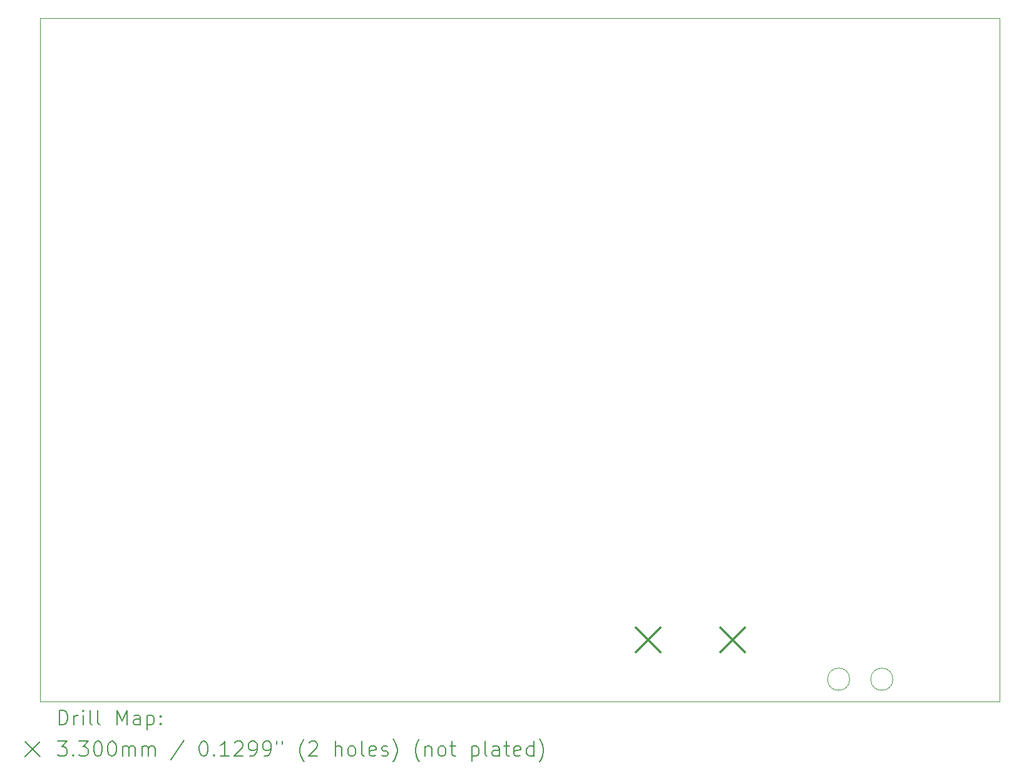
<source format=gbr>
%TF.GenerationSoftware,KiCad,Pcbnew,7.0.9*%
%TF.CreationDate,2023-12-23T18:10:21+01:00*%
%TF.ProjectId,signalization-by-fireplace,7369676e-616c-4697-9a61-74696f6e2d62,v2.0*%
%TF.SameCoordinates,Original*%
%TF.FileFunction,Drillmap*%
%TF.FilePolarity,Positive*%
%FSLAX45Y45*%
G04 Gerber Fmt 4.5, Leading zero omitted, Abs format (unit mm)*
G04 Created by KiCad (PCBNEW 7.0.9) date 2023-12-23 18:10:21*
%MOMM*%
%LPD*%
G01*
G04 APERTURE LIST*
%ADD10C,0.050000*%
%ADD11C,0.200000*%
%ADD12C,0.330000*%
G04 APERTURE END LIST*
D10*
X19206350Y-13855700D02*
G75*
G03*
X19206350Y-13855700I-150000J0D01*
G01*
X19790550Y-13855700D02*
G75*
G03*
X19790550Y-13855700I-150000J0D01*
G01*
X21234400Y-4914900D02*
X21234400Y-14160500D01*
X21234400Y-14160500D02*
X8255000Y-14160500D01*
X8255000Y-14160500D02*
X8255000Y-4914900D01*
X8255000Y-4914900D02*
X21234400Y-4914900D01*
D11*
D12*
X16313150Y-13157300D02*
X16643150Y-13487300D01*
X16643150Y-13157300D02*
X16313150Y-13487300D01*
X17456350Y-13157300D02*
X17786350Y-13487300D01*
X17786350Y-13157300D02*
X17456350Y-13487300D01*
D11*
X8513277Y-14474484D02*
X8513277Y-14274484D01*
X8513277Y-14274484D02*
X8560896Y-14274484D01*
X8560896Y-14274484D02*
X8589467Y-14284008D01*
X8589467Y-14284008D02*
X8608515Y-14303055D01*
X8608515Y-14303055D02*
X8618039Y-14322103D01*
X8618039Y-14322103D02*
X8627563Y-14360198D01*
X8627563Y-14360198D02*
X8627563Y-14388769D01*
X8627563Y-14388769D02*
X8618039Y-14426865D01*
X8618039Y-14426865D02*
X8608515Y-14445912D01*
X8608515Y-14445912D02*
X8589467Y-14464960D01*
X8589467Y-14464960D02*
X8560896Y-14474484D01*
X8560896Y-14474484D02*
X8513277Y-14474484D01*
X8713277Y-14474484D02*
X8713277Y-14341150D01*
X8713277Y-14379246D02*
X8722801Y-14360198D01*
X8722801Y-14360198D02*
X8732324Y-14350674D01*
X8732324Y-14350674D02*
X8751372Y-14341150D01*
X8751372Y-14341150D02*
X8770420Y-14341150D01*
X8837086Y-14474484D02*
X8837086Y-14341150D01*
X8837086Y-14274484D02*
X8827563Y-14284008D01*
X8827563Y-14284008D02*
X8837086Y-14293531D01*
X8837086Y-14293531D02*
X8846610Y-14284008D01*
X8846610Y-14284008D02*
X8837086Y-14274484D01*
X8837086Y-14274484D02*
X8837086Y-14293531D01*
X8960896Y-14474484D02*
X8941848Y-14464960D01*
X8941848Y-14464960D02*
X8932324Y-14445912D01*
X8932324Y-14445912D02*
X8932324Y-14274484D01*
X9065658Y-14474484D02*
X9046610Y-14464960D01*
X9046610Y-14464960D02*
X9037086Y-14445912D01*
X9037086Y-14445912D02*
X9037086Y-14274484D01*
X9294229Y-14474484D02*
X9294229Y-14274484D01*
X9294229Y-14274484D02*
X9360896Y-14417341D01*
X9360896Y-14417341D02*
X9427563Y-14274484D01*
X9427563Y-14274484D02*
X9427563Y-14474484D01*
X9608515Y-14474484D02*
X9608515Y-14369722D01*
X9608515Y-14369722D02*
X9598991Y-14350674D01*
X9598991Y-14350674D02*
X9579944Y-14341150D01*
X9579944Y-14341150D02*
X9541848Y-14341150D01*
X9541848Y-14341150D02*
X9522801Y-14350674D01*
X9608515Y-14464960D02*
X9589467Y-14474484D01*
X9589467Y-14474484D02*
X9541848Y-14474484D01*
X9541848Y-14474484D02*
X9522801Y-14464960D01*
X9522801Y-14464960D02*
X9513277Y-14445912D01*
X9513277Y-14445912D02*
X9513277Y-14426865D01*
X9513277Y-14426865D02*
X9522801Y-14407817D01*
X9522801Y-14407817D02*
X9541848Y-14398293D01*
X9541848Y-14398293D02*
X9589467Y-14398293D01*
X9589467Y-14398293D02*
X9608515Y-14388769D01*
X9703753Y-14341150D02*
X9703753Y-14541150D01*
X9703753Y-14350674D02*
X9722801Y-14341150D01*
X9722801Y-14341150D02*
X9760896Y-14341150D01*
X9760896Y-14341150D02*
X9779944Y-14350674D01*
X9779944Y-14350674D02*
X9789467Y-14360198D01*
X9789467Y-14360198D02*
X9798991Y-14379246D01*
X9798991Y-14379246D02*
X9798991Y-14436388D01*
X9798991Y-14436388D02*
X9789467Y-14455436D01*
X9789467Y-14455436D02*
X9779944Y-14464960D01*
X9779944Y-14464960D02*
X9760896Y-14474484D01*
X9760896Y-14474484D02*
X9722801Y-14474484D01*
X9722801Y-14474484D02*
X9703753Y-14464960D01*
X9884705Y-14455436D02*
X9894229Y-14464960D01*
X9894229Y-14464960D02*
X9884705Y-14474484D01*
X9884705Y-14474484D02*
X9875182Y-14464960D01*
X9875182Y-14464960D02*
X9884705Y-14455436D01*
X9884705Y-14455436D02*
X9884705Y-14474484D01*
X9884705Y-14350674D02*
X9894229Y-14360198D01*
X9894229Y-14360198D02*
X9884705Y-14369722D01*
X9884705Y-14369722D02*
X9875182Y-14360198D01*
X9875182Y-14360198D02*
X9884705Y-14350674D01*
X9884705Y-14350674D02*
X9884705Y-14369722D01*
X8052500Y-14703000D02*
X8252500Y-14903000D01*
X8252500Y-14703000D02*
X8052500Y-14903000D01*
X8494229Y-14694484D02*
X8618039Y-14694484D01*
X8618039Y-14694484D02*
X8551372Y-14770674D01*
X8551372Y-14770674D02*
X8579944Y-14770674D01*
X8579944Y-14770674D02*
X8598991Y-14780198D01*
X8598991Y-14780198D02*
X8608515Y-14789722D01*
X8608515Y-14789722D02*
X8618039Y-14808769D01*
X8618039Y-14808769D02*
X8618039Y-14856388D01*
X8618039Y-14856388D02*
X8608515Y-14875436D01*
X8608515Y-14875436D02*
X8598991Y-14884960D01*
X8598991Y-14884960D02*
X8579944Y-14894484D01*
X8579944Y-14894484D02*
X8522801Y-14894484D01*
X8522801Y-14894484D02*
X8503753Y-14884960D01*
X8503753Y-14884960D02*
X8494229Y-14875436D01*
X8703753Y-14875436D02*
X8713277Y-14884960D01*
X8713277Y-14884960D02*
X8703753Y-14894484D01*
X8703753Y-14894484D02*
X8694229Y-14884960D01*
X8694229Y-14884960D02*
X8703753Y-14875436D01*
X8703753Y-14875436D02*
X8703753Y-14894484D01*
X8779944Y-14694484D02*
X8903753Y-14694484D01*
X8903753Y-14694484D02*
X8837086Y-14770674D01*
X8837086Y-14770674D02*
X8865658Y-14770674D01*
X8865658Y-14770674D02*
X8884705Y-14780198D01*
X8884705Y-14780198D02*
X8894229Y-14789722D01*
X8894229Y-14789722D02*
X8903753Y-14808769D01*
X8903753Y-14808769D02*
X8903753Y-14856388D01*
X8903753Y-14856388D02*
X8894229Y-14875436D01*
X8894229Y-14875436D02*
X8884705Y-14884960D01*
X8884705Y-14884960D02*
X8865658Y-14894484D01*
X8865658Y-14894484D02*
X8808515Y-14894484D01*
X8808515Y-14894484D02*
X8789467Y-14884960D01*
X8789467Y-14884960D02*
X8779944Y-14875436D01*
X9027563Y-14694484D02*
X9046610Y-14694484D01*
X9046610Y-14694484D02*
X9065658Y-14704008D01*
X9065658Y-14704008D02*
X9075182Y-14713531D01*
X9075182Y-14713531D02*
X9084705Y-14732579D01*
X9084705Y-14732579D02*
X9094229Y-14770674D01*
X9094229Y-14770674D02*
X9094229Y-14818293D01*
X9094229Y-14818293D02*
X9084705Y-14856388D01*
X9084705Y-14856388D02*
X9075182Y-14875436D01*
X9075182Y-14875436D02*
X9065658Y-14884960D01*
X9065658Y-14884960D02*
X9046610Y-14894484D01*
X9046610Y-14894484D02*
X9027563Y-14894484D01*
X9027563Y-14894484D02*
X9008515Y-14884960D01*
X9008515Y-14884960D02*
X8998991Y-14875436D01*
X8998991Y-14875436D02*
X8989467Y-14856388D01*
X8989467Y-14856388D02*
X8979944Y-14818293D01*
X8979944Y-14818293D02*
X8979944Y-14770674D01*
X8979944Y-14770674D02*
X8989467Y-14732579D01*
X8989467Y-14732579D02*
X8998991Y-14713531D01*
X8998991Y-14713531D02*
X9008515Y-14704008D01*
X9008515Y-14704008D02*
X9027563Y-14694484D01*
X9218039Y-14694484D02*
X9237086Y-14694484D01*
X9237086Y-14694484D02*
X9256134Y-14704008D01*
X9256134Y-14704008D02*
X9265658Y-14713531D01*
X9265658Y-14713531D02*
X9275182Y-14732579D01*
X9275182Y-14732579D02*
X9284705Y-14770674D01*
X9284705Y-14770674D02*
X9284705Y-14818293D01*
X9284705Y-14818293D02*
X9275182Y-14856388D01*
X9275182Y-14856388D02*
X9265658Y-14875436D01*
X9265658Y-14875436D02*
X9256134Y-14884960D01*
X9256134Y-14884960D02*
X9237086Y-14894484D01*
X9237086Y-14894484D02*
X9218039Y-14894484D01*
X9218039Y-14894484D02*
X9198991Y-14884960D01*
X9198991Y-14884960D02*
X9189467Y-14875436D01*
X9189467Y-14875436D02*
X9179944Y-14856388D01*
X9179944Y-14856388D02*
X9170420Y-14818293D01*
X9170420Y-14818293D02*
X9170420Y-14770674D01*
X9170420Y-14770674D02*
X9179944Y-14732579D01*
X9179944Y-14732579D02*
X9189467Y-14713531D01*
X9189467Y-14713531D02*
X9198991Y-14704008D01*
X9198991Y-14704008D02*
X9218039Y-14694484D01*
X9370420Y-14894484D02*
X9370420Y-14761150D01*
X9370420Y-14780198D02*
X9379944Y-14770674D01*
X9379944Y-14770674D02*
X9398991Y-14761150D01*
X9398991Y-14761150D02*
X9427563Y-14761150D01*
X9427563Y-14761150D02*
X9446610Y-14770674D01*
X9446610Y-14770674D02*
X9456134Y-14789722D01*
X9456134Y-14789722D02*
X9456134Y-14894484D01*
X9456134Y-14789722D02*
X9465658Y-14770674D01*
X9465658Y-14770674D02*
X9484705Y-14761150D01*
X9484705Y-14761150D02*
X9513277Y-14761150D01*
X9513277Y-14761150D02*
X9532325Y-14770674D01*
X9532325Y-14770674D02*
X9541848Y-14789722D01*
X9541848Y-14789722D02*
X9541848Y-14894484D01*
X9637086Y-14894484D02*
X9637086Y-14761150D01*
X9637086Y-14780198D02*
X9646610Y-14770674D01*
X9646610Y-14770674D02*
X9665658Y-14761150D01*
X9665658Y-14761150D02*
X9694229Y-14761150D01*
X9694229Y-14761150D02*
X9713277Y-14770674D01*
X9713277Y-14770674D02*
X9722801Y-14789722D01*
X9722801Y-14789722D02*
X9722801Y-14894484D01*
X9722801Y-14789722D02*
X9732325Y-14770674D01*
X9732325Y-14770674D02*
X9751372Y-14761150D01*
X9751372Y-14761150D02*
X9779944Y-14761150D01*
X9779944Y-14761150D02*
X9798991Y-14770674D01*
X9798991Y-14770674D02*
X9808515Y-14789722D01*
X9808515Y-14789722D02*
X9808515Y-14894484D01*
X10198991Y-14684960D02*
X10027563Y-14942103D01*
X10456134Y-14694484D02*
X10475182Y-14694484D01*
X10475182Y-14694484D02*
X10494229Y-14704008D01*
X10494229Y-14704008D02*
X10503753Y-14713531D01*
X10503753Y-14713531D02*
X10513277Y-14732579D01*
X10513277Y-14732579D02*
X10522801Y-14770674D01*
X10522801Y-14770674D02*
X10522801Y-14818293D01*
X10522801Y-14818293D02*
X10513277Y-14856388D01*
X10513277Y-14856388D02*
X10503753Y-14875436D01*
X10503753Y-14875436D02*
X10494229Y-14884960D01*
X10494229Y-14884960D02*
X10475182Y-14894484D01*
X10475182Y-14894484D02*
X10456134Y-14894484D01*
X10456134Y-14894484D02*
X10437087Y-14884960D01*
X10437087Y-14884960D02*
X10427563Y-14875436D01*
X10427563Y-14875436D02*
X10418039Y-14856388D01*
X10418039Y-14856388D02*
X10408515Y-14818293D01*
X10408515Y-14818293D02*
X10408515Y-14770674D01*
X10408515Y-14770674D02*
X10418039Y-14732579D01*
X10418039Y-14732579D02*
X10427563Y-14713531D01*
X10427563Y-14713531D02*
X10437087Y-14704008D01*
X10437087Y-14704008D02*
X10456134Y-14694484D01*
X10608515Y-14875436D02*
X10618039Y-14884960D01*
X10618039Y-14884960D02*
X10608515Y-14894484D01*
X10608515Y-14894484D02*
X10598991Y-14884960D01*
X10598991Y-14884960D02*
X10608515Y-14875436D01*
X10608515Y-14875436D02*
X10608515Y-14894484D01*
X10808515Y-14894484D02*
X10694229Y-14894484D01*
X10751372Y-14894484D02*
X10751372Y-14694484D01*
X10751372Y-14694484D02*
X10732325Y-14723055D01*
X10732325Y-14723055D02*
X10713277Y-14742103D01*
X10713277Y-14742103D02*
X10694229Y-14751627D01*
X10884706Y-14713531D02*
X10894229Y-14704008D01*
X10894229Y-14704008D02*
X10913277Y-14694484D01*
X10913277Y-14694484D02*
X10960896Y-14694484D01*
X10960896Y-14694484D02*
X10979944Y-14704008D01*
X10979944Y-14704008D02*
X10989468Y-14713531D01*
X10989468Y-14713531D02*
X10998991Y-14732579D01*
X10998991Y-14732579D02*
X10998991Y-14751627D01*
X10998991Y-14751627D02*
X10989468Y-14780198D01*
X10989468Y-14780198D02*
X10875182Y-14894484D01*
X10875182Y-14894484D02*
X10998991Y-14894484D01*
X11094229Y-14894484D02*
X11132325Y-14894484D01*
X11132325Y-14894484D02*
X11151372Y-14884960D01*
X11151372Y-14884960D02*
X11160896Y-14875436D01*
X11160896Y-14875436D02*
X11179944Y-14846865D01*
X11179944Y-14846865D02*
X11189467Y-14808769D01*
X11189467Y-14808769D02*
X11189467Y-14732579D01*
X11189467Y-14732579D02*
X11179944Y-14713531D01*
X11179944Y-14713531D02*
X11170420Y-14704008D01*
X11170420Y-14704008D02*
X11151372Y-14694484D01*
X11151372Y-14694484D02*
X11113277Y-14694484D01*
X11113277Y-14694484D02*
X11094229Y-14704008D01*
X11094229Y-14704008D02*
X11084706Y-14713531D01*
X11084706Y-14713531D02*
X11075182Y-14732579D01*
X11075182Y-14732579D02*
X11075182Y-14780198D01*
X11075182Y-14780198D02*
X11084706Y-14799246D01*
X11084706Y-14799246D02*
X11094229Y-14808769D01*
X11094229Y-14808769D02*
X11113277Y-14818293D01*
X11113277Y-14818293D02*
X11151372Y-14818293D01*
X11151372Y-14818293D02*
X11170420Y-14808769D01*
X11170420Y-14808769D02*
X11179944Y-14799246D01*
X11179944Y-14799246D02*
X11189467Y-14780198D01*
X11284706Y-14894484D02*
X11322801Y-14894484D01*
X11322801Y-14894484D02*
X11341848Y-14884960D01*
X11341848Y-14884960D02*
X11351372Y-14875436D01*
X11351372Y-14875436D02*
X11370420Y-14846865D01*
X11370420Y-14846865D02*
X11379944Y-14808769D01*
X11379944Y-14808769D02*
X11379944Y-14732579D01*
X11379944Y-14732579D02*
X11370420Y-14713531D01*
X11370420Y-14713531D02*
X11360896Y-14704008D01*
X11360896Y-14704008D02*
X11341848Y-14694484D01*
X11341848Y-14694484D02*
X11303753Y-14694484D01*
X11303753Y-14694484D02*
X11284706Y-14704008D01*
X11284706Y-14704008D02*
X11275182Y-14713531D01*
X11275182Y-14713531D02*
X11265658Y-14732579D01*
X11265658Y-14732579D02*
X11265658Y-14780198D01*
X11265658Y-14780198D02*
X11275182Y-14799246D01*
X11275182Y-14799246D02*
X11284706Y-14808769D01*
X11284706Y-14808769D02*
X11303753Y-14818293D01*
X11303753Y-14818293D02*
X11341848Y-14818293D01*
X11341848Y-14818293D02*
X11360896Y-14808769D01*
X11360896Y-14808769D02*
X11370420Y-14799246D01*
X11370420Y-14799246D02*
X11379944Y-14780198D01*
X11456134Y-14694484D02*
X11456134Y-14732579D01*
X11532325Y-14694484D02*
X11532325Y-14732579D01*
X11827563Y-14970674D02*
X11818039Y-14961150D01*
X11818039Y-14961150D02*
X11798991Y-14932579D01*
X11798991Y-14932579D02*
X11789468Y-14913531D01*
X11789468Y-14913531D02*
X11779944Y-14884960D01*
X11779944Y-14884960D02*
X11770420Y-14837341D01*
X11770420Y-14837341D02*
X11770420Y-14799246D01*
X11770420Y-14799246D02*
X11779944Y-14751627D01*
X11779944Y-14751627D02*
X11789468Y-14723055D01*
X11789468Y-14723055D02*
X11798991Y-14704008D01*
X11798991Y-14704008D02*
X11818039Y-14675436D01*
X11818039Y-14675436D02*
X11827563Y-14665912D01*
X11894229Y-14713531D02*
X11903753Y-14704008D01*
X11903753Y-14704008D02*
X11922801Y-14694484D01*
X11922801Y-14694484D02*
X11970420Y-14694484D01*
X11970420Y-14694484D02*
X11989468Y-14704008D01*
X11989468Y-14704008D02*
X11998991Y-14713531D01*
X11998991Y-14713531D02*
X12008515Y-14732579D01*
X12008515Y-14732579D02*
X12008515Y-14751627D01*
X12008515Y-14751627D02*
X11998991Y-14780198D01*
X11998991Y-14780198D02*
X11884706Y-14894484D01*
X11884706Y-14894484D02*
X12008515Y-14894484D01*
X12246610Y-14894484D02*
X12246610Y-14694484D01*
X12332325Y-14894484D02*
X12332325Y-14789722D01*
X12332325Y-14789722D02*
X12322801Y-14770674D01*
X12322801Y-14770674D02*
X12303753Y-14761150D01*
X12303753Y-14761150D02*
X12275182Y-14761150D01*
X12275182Y-14761150D02*
X12256134Y-14770674D01*
X12256134Y-14770674D02*
X12246610Y-14780198D01*
X12456134Y-14894484D02*
X12437087Y-14884960D01*
X12437087Y-14884960D02*
X12427563Y-14875436D01*
X12427563Y-14875436D02*
X12418039Y-14856388D01*
X12418039Y-14856388D02*
X12418039Y-14799246D01*
X12418039Y-14799246D02*
X12427563Y-14780198D01*
X12427563Y-14780198D02*
X12437087Y-14770674D01*
X12437087Y-14770674D02*
X12456134Y-14761150D01*
X12456134Y-14761150D02*
X12484706Y-14761150D01*
X12484706Y-14761150D02*
X12503753Y-14770674D01*
X12503753Y-14770674D02*
X12513277Y-14780198D01*
X12513277Y-14780198D02*
X12522801Y-14799246D01*
X12522801Y-14799246D02*
X12522801Y-14856388D01*
X12522801Y-14856388D02*
X12513277Y-14875436D01*
X12513277Y-14875436D02*
X12503753Y-14884960D01*
X12503753Y-14884960D02*
X12484706Y-14894484D01*
X12484706Y-14894484D02*
X12456134Y-14894484D01*
X12637087Y-14894484D02*
X12618039Y-14884960D01*
X12618039Y-14884960D02*
X12608515Y-14865912D01*
X12608515Y-14865912D02*
X12608515Y-14694484D01*
X12789468Y-14884960D02*
X12770420Y-14894484D01*
X12770420Y-14894484D02*
X12732325Y-14894484D01*
X12732325Y-14894484D02*
X12713277Y-14884960D01*
X12713277Y-14884960D02*
X12703753Y-14865912D01*
X12703753Y-14865912D02*
X12703753Y-14789722D01*
X12703753Y-14789722D02*
X12713277Y-14770674D01*
X12713277Y-14770674D02*
X12732325Y-14761150D01*
X12732325Y-14761150D02*
X12770420Y-14761150D01*
X12770420Y-14761150D02*
X12789468Y-14770674D01*
X12789468Y-14770674D02*
X12798991Y-14789722D01*
X12798991Y-14789722D02*
X12798991Y-14808769D01*
X12798991Y-14808769D02*
X12703753Y-14827817D01*
X12875182Y-14884960D02*
X12894230Y-14894484D01*
X12894230Y-14894484D02*
X12932325Y-14894484D01*
X12932325Y-14894484D02*
X12951372Y-14884960D01*
X12951372Y-14884960D02*
X12960896Y-14865912D01*
X12960896Y-14865912D02*
X12960896Y-14856388D01*
X12960896Y-14856388D02*
X12951372Y-14837341D01*
X12951372Y-14837341D02*
X12932325Y-14827817D01*
X12932325Y-14827817D02*
X12903753Y-14827817D01*
X12903753Y-14827817D02*
X12884706Y-14818293D01*
X12884706Y-14818293D02*
X12875182Y-14799246D01*
X12875182Y-14799246D02*
X12875182Y-14789722D01*
X12875182Y-14789722D02*
X12884706Y-14770674D01*
X12884706Y-14770674D02*
X12903753Y-14761150D01*
X12903753Y-14761150D02*
X12932325Y-14761150D01*
X12932325Y-14761150D02*
X12951372Y-14770674D01*
X13027563Y-14970674D02*
X13037087Y-14961150D01*
X13037087Y-14961150D02*
X13056134Y-14932579D01*
X13056134Y-14932579D02*
X13065658Y-14913531D01*
X13065658Y-14913531D02*
X13075182Y-14884960D01*
X13075182Y-14884960D02*
X13084706Y-14837341D01*
X13084706Y-14837341D02*
X13084706Y-14799246D01*
X13084706Y-14799246D02*
X13075182Y-14751627D01*
X13075182Y-14751627D02*
X13065658Y-14723055D01*
X13065658Y-14723055D02*
X13056134Y-14704008D01*
X13056134Y-14704008D02*
X13037087Y-14675436D01*
X13037087Y-14675436D02*
X13027563Y-14665912D01*
X13389468Y-14970674D02*
X13379944Y-14961150D01*
X13379944Y-14961150D02*
X13360896Y-14932579D01*
X13360896Y-14932579D02*
X13351372Y-14913531D01*
X13351372Y-14913531D02*
X13341849Y-14884960D01*
X13341849Y-14884960D02*
X13332325Y-14837341D01*
X13332325Y-14837341D02*
X13332325Y-14799246D01*
X13332325Y-14799246D02*
X13341849Y-14751627D01*
X13341849Y-14751627D02*
X13351372Y-14723055D01*
X13351372Y-14723055D02*
X13360896Y-14704008D01*
X13360896Y-14704008D02*
X13379944Y-14675436D01*
X13379944Y-14675436D02*
X13389468Y-14665912D01*
X13465658Y-14761150D02*
X13465658Y-14894484D01*
X13465658Y-14780198D02*
X13475182Y-14770674D01*
X13475182Y-14770674D02*
X13494230Y-14761150D01*
X13494230Y-14761150D02*
X13522801Y-14761150D01*
X13522801Y-14761150D02*
X13541849Y-14770674D01*
X13541849Y-14770674D02*
X13551372Y-14789722D01*
X13551372Y-14789722D02*
X13551372Y-14894484D01*
X13675182Y-14894484D02*
X13656134Y-14884960D01*
X13656134Y-14884960D02*
X13646611Y-14875436D01*
X13646611Y-14875436D02*
X13637087Y-14856388D01*
X13637087Y-14856388D02*
X13637087Y-14799246D01*
X13637087Y-14799246D02*
X13646611Y-14780198D01*
X13646611Y-14780198D02*
X13656134Y-14770674D01*
X13656134Y-14770674D02*
X13675182Y-14761150D01*
X13675182Y-14761150D02*
X13703753Y-14761150D01*
X13703753Y-14761150D02*
X13722801Y-14770674D01*
X13722801Y-14770674D02*
X13732325Y-14780198D01*
X13732325Y-14780198D02*
X13741849Y-14799246D01*
X13741849Y-14799246D02*
X13741849Y-14856388D01*
X13741849Y-14856388D02*
X13732325Y-14875436D01*
X13732325Y-14875436D02*
X13722801Y-14884960D01*
X13722801Y-14884960D02*
X13703753Y-14894484D01*
X13703753Y-14894484D02*
X13675182Y-14894484D01*
X13798992Y-14761150D02*
X13875182Y-14761150D01*
X13827563Y-14694484D02*
X13827563Y-14865912D01*
X13827563Y-14865912D02*
X13837087Y-14884960D01*
X13837087Y-14884960D02*
X13856134Y-14894484D01*
X13856134Y-14894484D02*
X13875182Y-14894484D01*
X14094230Y-14761150D02*
X14094230Y-14961150D01*
X14094230Y-14770674D02*
X14113277Y-14761150D01*
X14113277Y-14761150D02*
X14151373Y-14761150D01*
X14151373Y-14761150D02*
X14170420Y-14770674D01*
X14170420Y-14770674D02*
X14179944Y-14780198D01*
X14179944Y-14780198D02*
X14189468Y-14799246D01*
X14189468Y-14799246D02*
X14189468Y-14856388D01*
X14189468Y-14856388D02*
X14179944Y-14875436D01*
X14179944Y-14875436D02*
X14170420Y-14884960D01*
X14170420Y-14884960D02*
X14151373Y-14894484D01*
X14151373Y-14894484D02*
X14113277Y-14894484D01*
X14113277Y-14894484D02*
X14094230Y-14884960D01*
X14303753Y-14894484D02*
X14284706Y-14884960D01*
X14284706Y-14884960D02*
X14275182Y-14865912D01*
X14275182Y-14865912D02*
X14275182Y-14694484D01*
X14465658Y-14894484D02*
X14465658Y-14789722D01*
X14465658Y-14789722D02*
X14456134Y-14770674D01*
X14456134Y-14770674D02*
X14437087Y-14761150D01*
X14437087Y-14761150D02*
X14398992Y-14761150D01*
X14398992Y-14761150D02*
X14379944Y-14770674D01*
X14465658Y-14884960D02*
X14446611Y-14894484D01*
X14446611Y-14894484D02*
X14398992Y-14894484D01*
X14398992Y-14894484D02*
X14379944Y-14884960D01*
X14379944Y-14884960D02*
X14370420Y-14865912D01*
X14370420Y-14865912D02*
X14370420Y-14846865D01*
X14370420Y-14846865D02*
X14379944Y-14827817D01*
X14379944Y-14827817D02*
X14398992Y-14818293D01*
X14398992Y-14818293D02*
X14446611Y-14818293D01*
X14446611Y-14818293D02*
X14465658Y-14808769D01*
X14532325Y-14761150D02*
X14608515Y-14761150D01*
X14560896Y-14694484D02*
X14560896Y-14865912D01*
X14560896Y-14865912D02*
X14570420Y-14884960D01*
X14570420Y-14884960D02*
X14589468Y-14894484D01*
X14589468Y-14894484D02*
X14608515Y-14894484D01*
X14751373Y-14884960D02*
X14732325Y-14894484D01*
X14732325Y-14894484D02*
X14694230Y-14894484D01*
X14694230Y-14894484D02*
X14675182Y-14884960D01*
X14675182Y-14884960D02*
X14665658Y-14865912D01*
X14665658Y-14865912D02*
X14665658Y-14789722D01*
X14665658Y-14789722D02*
X14675182Y-14770674D01*
X14675182Y-14770674D02*
X14694230Y-14761150D01*
X14694230Y-14761150D02*
X14732325Y-14761150D01*
X14732325Y-14761150D02*
X14751373Y-14770674D01*
X14751373Y-14770674D02*
X14760896Y-14789722D01*
X14760896Y-14789722D02*
X14760896Y-14808769D01*
X14760896Y-14808769D02*
X14665658Y-14827817D01*
X14932325Y-14894484D02*
X14932325Y-14694484D01*
X14932325Y-14884960D02*
X14913277Y-14894484D01*
X14913277Y-14894484D02*
X14875182Y-14894484D01*
X14875182Y-14894484D02*
X14856134Y-14884960D01*
X14856134Y-14884960D02*
X14846611Y-14875436D01*
X14846611Y-14875436D02*
X14837087Y-14856388D01*
X14837087Y-14856388D02*
X14837087Y-14799246D01*
X14837087Y-14799246D02*
X14846611Y-14780198D01*
X14846611Y-14780198D02*
X14856134Y-14770674D01*
X14856134Y-14770674D02*
X14875182Y-14761150D01*
X14875182Y-14761150D02*
X14913277Y-14761150D01*
X14913277Y-14761150D02*
X14932325Y-14770674D01*
X15008515Y-14970674D02*
X15018039Y-14961150D01*
X15018039Y-14961150D02*
X15037087Y-14932579D01*
X15037087Y-14932579D02*
X15046611Y-14913531D01*
X15046611Y-14913531D02*
X15056134Y-14884960D01*
X15056134Y-14884960D02*
X15065658Y-14837341D01*
X15065658Y-14837341D02*
X15065658Y-14799246D01*
X15065658Y-14799246D02*
X15056134Y-14751627D01*
X15056134Y-14751627D02*
X15046611Y-14723055D01*
X15046611Y-14723055D02*
X15037087Y-14704008D01*
X15037087Y-14704008D02*
X15018039Y-14675436D01*
X15018039Y-14675436D02*
X15008515Y-14665912D01*
M02*

</source>
